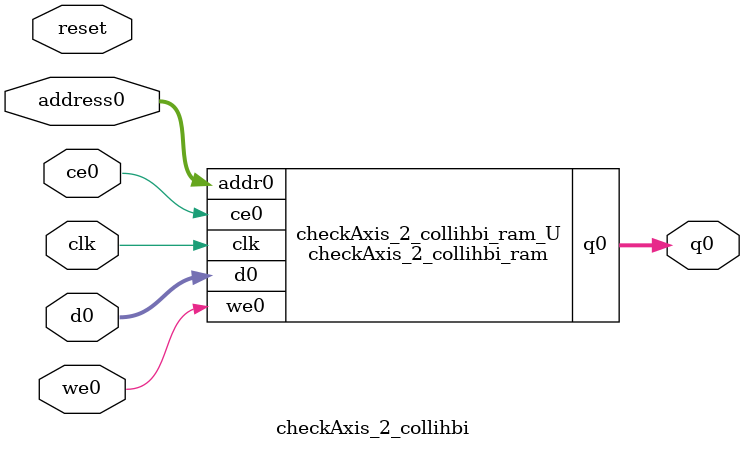
<source format=v>
`timescale 1 ns / 1 ps
module checkAxis_2_collihbi_ram (addr0, ce0, d0, we0, q0,  clk);

parameter DWIDTH = 64;
parameter AWIDTH = 2;
parameter MEM_SIZE = 4;

input[AWIDTH-1:0] addr0;
input ce0;
input[DWIDTH-1:0] d0;
input we0;
output reg[DWIDTH-1:0] q0;
input clk;

(* ram_style = "distributed" *)reg [DWIDTH-1:0] ram[0:MEM_SIZE-1];




always @(posedge clk)  
begin 
    if (ce0) begin
        if (we0) 
            ram[addr0] <= d0; 
        q0 <= ram[addr0];
    end
end


endmodule

`timescale 1 ns / 1 ps
module checkAxis_2_collihbi(
    reset,
    clk,
    address0,
    ce0,
    we0,
    d0,
    q0);

parameter DataWidth = 32'd64;
parameter AddressRange = 32'd4;
parameter AddressWidth = 32'd2;
input reset;
input clk;
input[AddressWidth - 1:0] address0;
input ce0;
input we0;
input[DataWidth - 1:0] d0;
output[DataWidth - 1:0] q0;



checkAxis_2_collihbi_ram checkAxis_2_collihbi_ram_U(
    .clk( clk ),
    .addr0( address0 ),
    .ce0( ce0 ),
    .we0( we0 ),
    .d0( d0 ),
    .q0( q0 ));

endmodule


</source>
